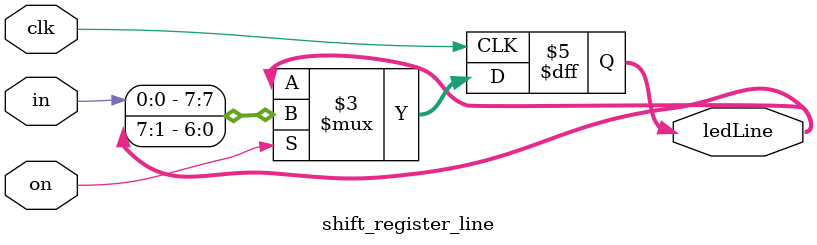
<source format=v>
module shift_register_line(input in, input on, input clk,output reg [7:0] ledLine);
   initial ledLine=8'b0;
   always @(posedge clk)begin
    if (on) ledLine<={in,ledLine[7:1]};
   end
endmodule
</source>
